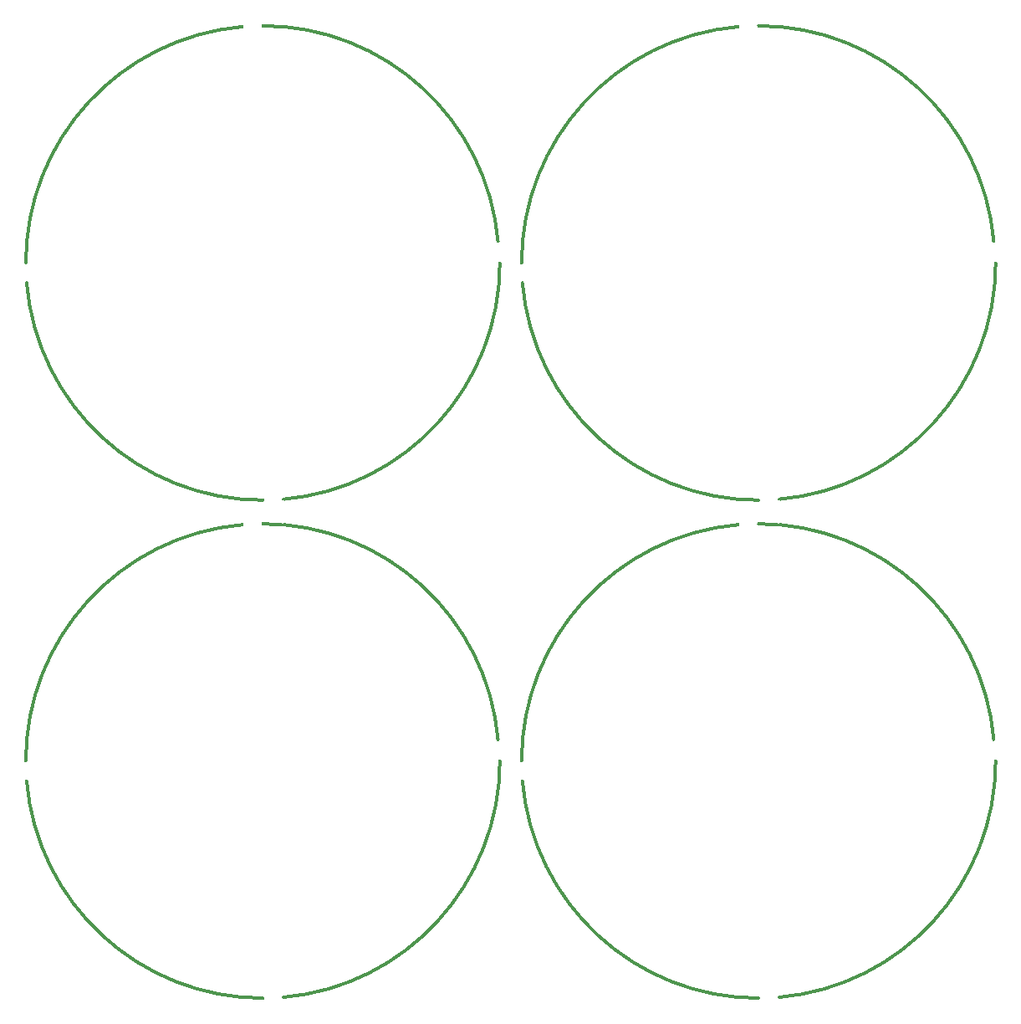
<source format=gbr>
G04 #@! TF.FileFunction,Profile,NP*
%FSLAX46Y46*%
G04 Gerber Fmt 4.6, Leading zero omitted, Abs format (unit mm)*
G04 Created by KiCad (PCBNEW 4.1.0-alpha+201607130321+6976~46~ubuntu16.04.1-product) date Wed Aug  3 15:05:52 2016*
%MOMM*%
%LPD*%
G01*
G04 APERTURE LIST*
%ADD10C,0.100000*%
%ADD11C,0.300000*%
G04 APERTURE END LIST*
D10*
D11*
X101284171Y-93008268D02*
G75*
G03X125200000Y-115000000I23915829J2008268D01*
G01*
X149009053Y-88816978D02*
G75*
G03X125200000Y-67000000I-23809053J-2083022D01*
G01*
X123108262Y-67091327D02*
G75*
G03X101200000Y-91000000I2091738J-23908673D01*
G01*
X127291738Y-114908673D02*
G75*
G03X149200000Y-91000000I-2091738J23908673D01*
G01*
X77091738Y-114908673D02*
G75*
G03X99000000Y-91000000I-2091738J23908673D01*
G01*
X72908262Y-67091327D02*
G75*
G03X51000000Y-91000000I2091738J-23908673D01*
G01*
X98809053Y-88816978D02*
G75*
G03X75000000Y-67000000I-23809053J-2083022D01*
G01*
X51084171Y-93008268D02*
G75*
G03X75000000Y-115000000I23915829J2008268D01*
G01*
X127291738Y-165308673D02*
G75*
G03X149200000Y-141400000I-2091738J23908673D01*
G01*
X123108262Y-117491327D02*
G75*
G03X101200000Y-141400000I2091738J-23908673D01*
G01*
X149009053Y-139216978D02*
G75*
G03X125200000Y-117400000I-23809053J-2083022D01*
G01*
X101284171Y-143408268D02*
G75*
G03X125200000Y-165400000I23915829J2008268D01*
G01*
X51084171Y-143408268D02*
G75*
G03X75000000Y-165400000I23915829J2008268D01*
G01*
X98809053Y-139216978D02*
G75*
G03X75000000Y-117400000I-23809053J-2083022D01*
G01*
X72908262Y-117491327D02*
G75*
G03X51000000Y-141400000I2091738J-23908673D01*
G01*
X77091738Y-165308673D02*
G75*
G03X99000000Y-141400000I-2091738J23908673D01*
G01*
M02*

</source>
